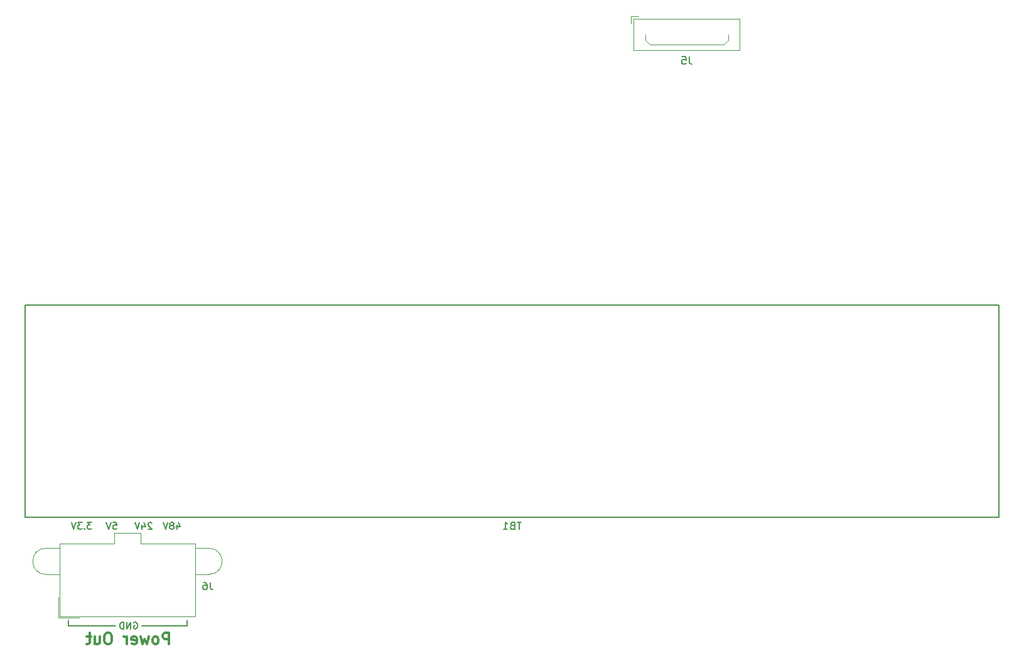
<source format=gbo>
G04 #@! TF.GenerationSoftware,KiCad,Pcbnew,(5.0.0)*
G04 #@! TF.CreationDate,2019-02-17T15:18:15-05:00*
G04 #@! TF.ProjectId,control board power,636F6E74726F6C20626F61726420706F,rev?*
G04 #@! TF.SameCoordinates,Original*
G04 #@! TF.FileFunction,Legend,Bot*
G04 #@! TF.FilePolarity,Positive*
%FSLAX46Y46*%
G04 Gerber Fmt 4.6, Leading zero omitted, Abs format (unit mm)*
G04 Created by KiCad (PCBNEW (5.0.0)) date 02/17/19 15:18:15*
%MOMM*%
%LPD*%
G01*
G04 APERTURE LIST*
%ADD10C,0.200000*%
%ADD11C,0.150000*%
%ADD12C,0.300000*%
%ADD13C,0.120000*%
G04 APERTURE END LIST*
D10*
X41148000Y-130810000D02*
X41148000Y-130048000D01*
X47498000Y-130810000D02*
X41148000Y-130810000D01*
X57150000Y-130810000D02*
X57150000Y-130048000D01*
X51054000Y-130810000D02*
X57150000Y-130810000D01*
D11*
X49961714Y-130360000D02*
X50047428Y-130317142D01*
X50176000Y-130317142D01*
X50304571Y-130360000D01*
X50390285Y-130445714D01*
X50433142Y-130531428D01*
X50476000Y-130702857D01*
X50476000Y-130831428D01*
X50433142Y-131002857D01*
X50390285Y-131088571D01*
X50304571Y-131174285D01*
X50176000Y-131217142D01*
X50090285Y-131217142D01*
X49961714Y-131174285D01*
X49918857Y-131131428D01*
X49918857Y-130831428D01*
X50090285Y-130831428D01*
X49533142Y-131217142D02*
X49533142Y-130317142D01*
X49018857Y-131217142D01*
X49018857Y-130317142D01*
X48590285Y-131217142D02*
X48590285Y-130317142D01*
X48376000Y-130317142D01*
X48247428Y-130360000D01*
X48161714Y-130445714D01*
X48118857Y-130531428D01*
X48076000Y-130702857D01*
X48076000Y-130831428D01*
X48118857Y-131002857D01*
X48161714Y-131088571D01*
X48247428Y-131174285D01*
X48376000Y-131217142D01*
X48590285Y-131217142D01*
X44254571Y-116855142D02*
X43697428Y-116855142D01*
X43997428Y-117198000D01*
X43868857Y-117198000D01*
X43783142Y-117240857D01*
X43740285Y-117283714D01*
X43697428Y-117369428D01*
X43697428Y-117583714D01*
X43740285Y-117669428D01*
X43783142Y-117712285D01*
X43868857Y-117755142D01*
X44126000Y-117755142D01*
X44211714Y-117712285D01*
X44254571Y-117669428D01*
X43311714Y-117669428D02*
X43268857Y-117712285D01*
X43311714Y-117755142D01*
X43354571Y-117712285D01*
X43311714Y-117669428D01*
X43311714Y-117755142D01*
X42968857Y-116855142D02*
X42411714Y-116855142D01*
X42711714Y-117198000D01*
X42583142Y-117198000D01*
X42497428Y-117240857D01*
X42454571Y-117283714D01*
X42411714Y-117369428D01*
X42411714Y-117583714D01*
X42454571Y-117669428D01*
X42497428Y-117712285D01*
X42583142Y-117755142D01*
X42840285Y-117755142D01*
X42926000Y-117712285D01*
X42968857Y-117669428D01*
X42154571Y-116855142D02*
X41854571Y-117755142D01*
X41554571Y-116855142D01*
X47161428Y-116855142D02*
X47590000Y-116855142D01*
X47632857Y-117283714D01*
X47590000Y-117240857D01*
X47504285Y-117198000D01*
X47290000Y-117198000D01*
X47204285Y-117240857D01*
X47161428Y-117283714D01*
X47118571Y-117369428D01*
X47118571Y-117583714D01*
X47161428Y-117669428D01*
X47204285Y-117712285D01*
X47290000Y-117755142D01*
X47504285Y-117755142D01*
X47590000Y-117712285D01*
X47632857Y-117669428D01*
X46861428Y-116855142D02*
X46561428Y-117755142D01*
X46261428Y-116855142D01*
X52379428Y-116940857D02*
X52336571Y-116898000D01*
X52250857Y-116855142D01*
X52036571Y-116855142D01*
X51950857Y-116898000D01*
X51908000Y-116940857D01*
X51865142Y-117026571D01*
X51865142Y-117112285D01*
X51908000Y-117240857D01*
X52422285Y-117755142D01*
X51865142Y-117755142D01*
X51093714Y-117155142D02*
X51093714Y-117755142D01*
X51308000Y-116812285D02*
X51522285Y-117455142D01*
X50965142Y-117455142D01*
X50750857Y-116855142D02*
X50450857Y-117755142D01*
X50150857Y-116855142D01*
X55760857Y-117155142D02*
X55760857Y-117755142D01*
X55975142Y-116812285D02*
X56189428Y-117455142D01*
X55632285Y-117455142D01*
X55160857Y-117240857D02*
X55246571Y-117198000D01*
X55289428Y-117155142D01*
X55332285Y-117069428D01*
X55332285Y-117026571D01*
X55289428Y-116940857D01*
X55246571Y-116898000D01*
X55160857Y-116855142D01*
X54989428Y-116855142D01*
X54903714Y-116898000D01*
X54860857Y-116940857D01*
X54818000Y-117026571D01*
X54818000Y-117069428D01*
X54860857Y-117155142D01*
X54903714Y-117198000D01*
X54989428Y-117240857D01*
X55160857Y-117240857D01*
X55246571Y-117283714D01*
X55289428Y-117326571D01*
X55332285Y-117412285D01*
X55332285Y-117583714D01*
X55289428Y-117669428D01*
X55246571Y-117712285D01*
X55160857Y-117755142D01*
X54989428Y-117755142D01*
X54903714Y-117712285D01*
X54860857Y-117669428D01*
X54818000Y-117583714D01*
X54818000Y-117412285D01*
X54860857Y-117326571D01*
X54903714Y-117283714D01*
X54989428Y-117240857D01*
X54560857Y-116855142D02*
X54260857Y-117755142D01*
X53960857Y-116855142D01*
D12*
X54704571Y-133266571D02*
X54704571Y-131766571D01*
X54133142Y-131766571D01*
X53990285Y-131838000D01*
X53918857Y-131909428D01*
X53847428Y-132052285D01*
X53847428Y-132266571D01*
X53918857Y-132409428D01*
X53990285Y-132480857D01*
X54133142Y-132552285D01*
X54704571Y-132552285D01*
X52990285Y-133266571D02*
X53133142Y-133195142D01*
X53204571Y-133123714D01*
X53276000Y-132980857D01*
X53276000Y-132552285D01*
X53204571Y-132409428D01*
X53133142Y-132338000D01*
X52990285Y-132266571D01*
X52776000Y-132266571D01*
X52633142Y-132338000D01*
X52561714Y-132409428D01*
X52490285Y-132552285D01*
X52490285Y-132980857D01*
X52561714Y-133123714D01*
X52633142Y-133195142D01*
X52776000Y-133266571D01*
X52990285Y-133266571D01*
X51990285Y-132266571D02*
X51704571Y-133266571D01*
X51418857Y-132552285D01*
X51133142Y-133266571D01*
X50847428Y-132266571D01*
X49704571Y-133195142D02*
X49847428Y-133266571D01*
X50133142Y-133266571D01*
X50276000Y-133195142D01*
X50347428Y-133052285D01*
X50347428Y-132480857D01*
X50276000Y-132338000D01*
X50133142Y-132266571D01*
X49847428Y-132266571D01*
X49704571Y-132338000D01*
X49633142Y-132480857D01*
X49633142Y-132623714D01*
X50347428Y-132766571D01*
X48990285Y-133266571D02*
X48990285Y-132266571D01*
X48990285Y-132552285D02*
X48918857Y-132409428D01*
X48847428Y-132338000D01*
X48704571Y-132266571D01*
X48561714Y-132266571D01*
X46633142Y-131766571D02*
X46347428Y-131766571D01*
X46204571Y-131838000D01*
X46061714Y-131980857D01*
X45990285Y-132266571D01*
X45990285Y-132766571D01*
X46061714Y-133052285D01*
X46204571Y-133195142D01*
X46347428Y-133266571D01*
X46633142Y-133266571D01*
X46776000Y-133195142D01*
X46918857Y-133052285D01*
X46990285Y-132766571D01*
X46990285Y-132266571D01*
X46918857Y-131980857D01*
X46776000Y-131838000D01*
X46633142Y-131766571D01*
X44704571Y-132266571D02*
X44704571Y-133266571D01*
X45347428Y-132266571D02*
X45347428Y-133052285D01*
X45276000Y-133195142D01*
X45133142Y-133266571D01*
X44918857Y-133266571D01*
X44776000Y-133195142D01*
X44704571Y-133123714D01*
X44204571Y-132266571D02*
X43633142Y-132266571D01*
X43990285Y-131766571D02*
X43990285Y-133052285D01*
X43918857Y-133195142D01*
X43776000Y-133266571D01*
X43633142Y-133266571D01*
D13*
G04 #@! TO.C,J5*
X117023000Y-48554000D02*
X118023000Y-48554000D01*
X117023000Y-49554000D02*
X117023000Y-48554000D01*
X129523000Y-52404000D02*
X124523000Y-52404000D01*
X130123000Y-51804000D02*
X129523000Y-52404000D01*
X130123000Y-51054000D02*
X130123000Y-51804000D01*
X119523000Y-52404000D02*
X124523000Y-52404000D01*
X118923000Y-51804000D02*
X119523000Y-52404000D01*
X118923000Y-51054000D02*
X118923000Y-51804000D01*
X131673000Y-53154000D02*
X117373000Y-53154000D01*
X131673000Y-48954000D02*
X131673000Y-53154000D01*
X117373000Y-48954000D02*
X131673000Y-48954000D01*
X117373000Y-53154000D02*
X117373000Y-48954000D01*
G04 #@! TO.C,J6*
X39749000Y-129727000D02*
X39749000Y-126877000D01*
X42599000Y-129727000D02*
X39749000Y-129727000D01*
X50909000Y-118267000D02*
X49099000Y-118267000D01*
X50909000Y-119667000D02*
X50909000Y-118267000D01*
X58209000Y-119667000D02*
X50909000Y-119667000D01*
X58209000Y-129487000D02*
X58209000Y-119667000D01*
X49099000Y-129487000D02*
X58209000Y-129487000D01*
X47289000Y-118267000D02*
X49099000Y-118267000D01*
X47289000Y-119667000D02*
X47289000Y-118267000D01*
X39989000Y-119667000D02*
X47289000Y-119667000D01*
X39989000Y-129487000D02*
X39989000Y-119667000D01*
X49099000Y-129487000D02*
X39989000Y-129487000D01*
X60099000Y-120327000D02*
X58209000Y-120327000D01*
X60099000Y-123847000D02*
X58209000Y-123847000D01*
X38099000Y-120327000D02*
X39989000Y-120327000D01*
X38099000Y-123847000D02*
X39989000Y-123847000D01*
X60099000Y-120327000D02*
G75*
G02X60099000Y-123847000I0J-1760000D01*
G01*
X38099000Y-123847000D02*
G75*
G02X38099000Y-120327000I0J1760000D01*
G01*
D11*
G04 #@! TO.C,TB1*
X166649400Y-87566500D02*
X166649400Y-116141500D01*
X35288220Y-116141500D02*
X166641780Y-116141500D01*
X35280600Y-116141500D02*
X35280600Y-87566500D01*
X35288220Y-87566500D02*
X166641780Y-87566500D01*
G04 #@! TD*
G04 #@! TO.C,J5*
X124856333Y-54006380D02*
X124856333Y-54720666D01*
X124903952Y-54863523D01*
X124999190Y-54958761D01*
X125142047Y-55006380D01*
X125237285Y-55006380D01*
X123903952Y-54006380D02*
X124380142Y-54006380D01*
X124427761Y-54482571D01*
X124380142Y-54434952D01*
X124284904Y-54387333D01*
X124046809Y-54387333D01*
X123951571Y-54434952D01*
X123903952Y-54482571D01*
X123856333Y-54577809D01*
X123856333Y-54815904D01*
X123903952Y-54911142D01*
X123951571Y-54958761D01*
X124046809Y-55006380D01*
X124284904Y-55006380D01*
X124380142Y-54958761D01*
X124427761Y-54911142D01*
G04 #@! TO.C,J6*
X60277333Y-124928380D02*
X60277333Y-125642666D01*
X60324952Y-125785523D01*
X60420190Y-125880761D01*
X60563047Y-125928380D01*
X60658285Y-125928380D01*
X59372571Y-124928380D02*
X59563047Y-124928380D01*
X59658285Y-124976000D01*
X59705904Y-125023619D01*
X59801142Y-125166476D01*
X59848761Y-125356952D01*
X59848761Y-125737904D01*
X59801142Y-125833142D01*
X59753523Y-125880761D01*
X59658285Y-125928380D01*
X59467809Y-125928380D01*
X59372571Y-125880761D01*
X59324952Y-125833142D01*
X59277333Y-125737904D01*
X59277333Y-125499809D01*
X59324952Y-125404571D01*
X59372571Y-125356952D01*
X59467809Y-125309333D01*
X59658285Y-125309333D01*
X59753523Y-125356952D01*
X59801142Y-125404571D01*
X59848761Y-125499809D01*
G04 #@! TO.C,TB1*
X102226904Y-116800380D02*
X101655476Y-116800380D01*
X101941190Y-117800380D02*
X101941190Y-116800380D01*
X100988809Y-117276571D02*
X100845952Y-117324190D01*
X100798333Y-117371809D01*
X100750714Y-117467047D01*
X100750714Y-117609904D01*
X100798333Y-117705142D01*
X100845952Y-117752761D01*
X100941190Y-117800380D01*
X101322142Y-117800380D01*
X101322142Y-116800380D01*
X100988809Y-116800380D01*
X100893571Y-116848000D01*
X100845952Y-116895619D01*
X100798333Y-116990857D01*
X100798333Y-117086095D01*
X100845952Y-117181333D01*
X100893571Y-117228952D01*
X100988809Y-117276571D01*
X101322142Y-117276571D01*
X99798333Y-117800380D02*
X100369761Y-117800380D01*
X100084047Y-117800380D02*
X100084047Y-116800380D01*
X100179285Y-116943238D01*
X100274523Y-117038476D01*
X100369761Y-117086095D01*
G04 #@! TD*
M02*

</source>
